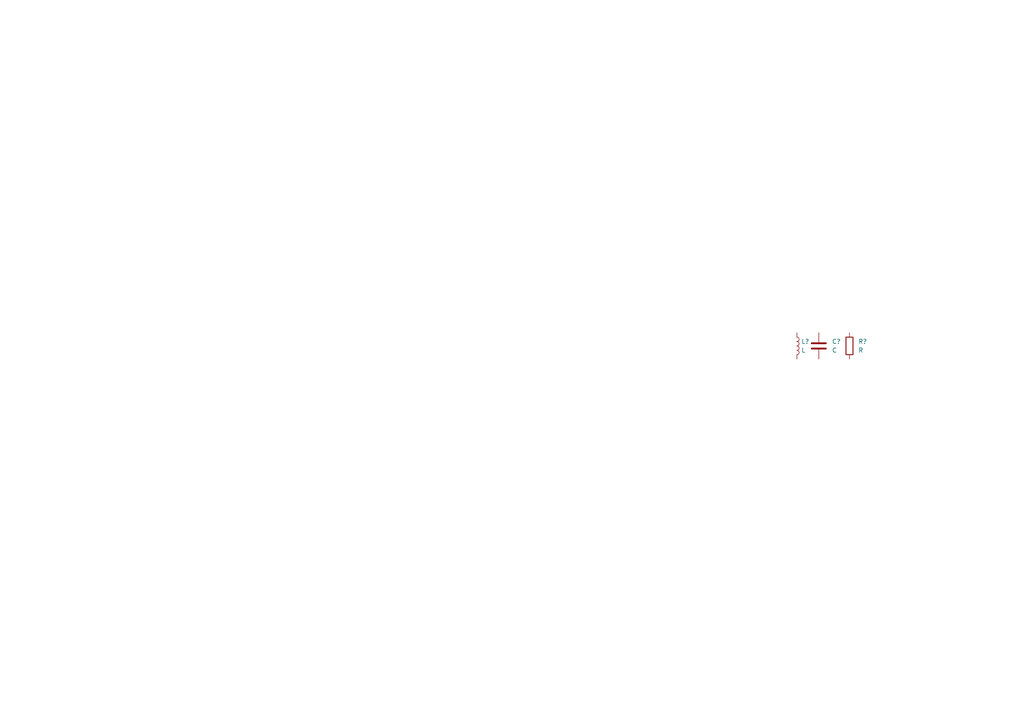
<source format=kicad_sch>
(kicad_sch (version 20211123) (generator eeschema)
  (paper "A4")
  (title_block (title "Dicas") (date "2022-03-30") (rev "0.0.1") (company "Brynden Corp.") (comment 1 "Autor: Eng. Tarcísio Souza de Melo"))
  (lib_symbols
    (symbol "Device:C" (pin_numbers hide) (pin_names (offset 0.254))
      (property "Reference" "C" (at 0.635 2.54 0))
      (property "Value" "C" (at 0.635 -2.54 0))
      (symbol "C_0_1"
        (polyline (pts (xy -2.032 -0.762) (xy 2.032 -0.762)) (stroke (width 0.508)))
        (polyline (pts (xy -2.032 0.762) (xy 2.032 0.762)) (stroke (width 0.508)))
      )
      (symbol "C_1_1"
        (pin passive line (at 0 3.81 270) (length 2.794) (name "~") (number "1"))
        (pin passive line (at 0 -3.81 90) (length 2.794) (name "~") (number "2"))
      )
    )
    (symbol "Device:L" (pin_numbers hide) (pin_names (offset 1.016) hide)
      (property "Reference" "L" (at -1.27 0 90))
      (property "Value" "L" (at 1.905 0 90))
      (symbol "L_0_1"
        (arc (start 0 -2.54) (mid 0.635 -1.905) (end 0 -1.27))
        (arc (start 0 -1.27) (mid 0.635 -0.635) (end 0 0))
        (arc (start 0 0) (mid 0.635 0.635) (end 0 1.27))
        (arc (start 0 1.27) (mid 0.635 1.905) (end 0 2.54))
      )
      (symbol "L_1_1"
        (pin passive line (at 0 3.81 270) (length 1.27) (name "1") (number "1"))
        (pin passive line (at 0 -3.81 90) (length 1.27) (name "2") (number "2"))
      )
    )
    (symbol "Device:R" (pin_numbers hide) (pin_names (offset 0))
      (property "Reference" "R" (at 2.032 0 90))
      (property "Value" "R" (at 0 0 90))
      (symbol "R_0_1"
        (rectangle (start -1.016 -2.54) (end 1.016 2.54) (stroke (width 0.254)))
      )
      (symbol "R_1_1"
        (pin passive line (at 0 3.81 270) (length 1.27) (name "~") (number "1"))
        (pin passive line (at 0 -3.81 90) (length 1.27) (name "~") (number "2"))
      )
    )
  )
  (symbol (lib_id "Device:C") (at 237.49 100.33 0) (unit 1)
    (property "Reference" "C?" (at 241.3 99.0599 0) (effects (justify left)))
    (property "Value" "C" (at 241.3 101.5999 0) (effects (justify left)))
  )
  (symbol (lib_id "Device:R") (at 246.38 100.33 0) (unit 1)
    (property "Reference" "R?" (at 248.92 99.0599 0) (effects (justify left)))
    (property "Value" "R" (at 248.92 101.5999 0) (effects (justify left)))
  )
  (symbol (lib_id "Device:L") (at 231.14 100.33 0) (unit 1)
    (property "Reference" "L?" (at 232.41 99.0599 0) (effects (justify left)))
    (property "Value" "L" (at 232.41 101.5999 0) (effects (justify left)))
  )
)
</source>
